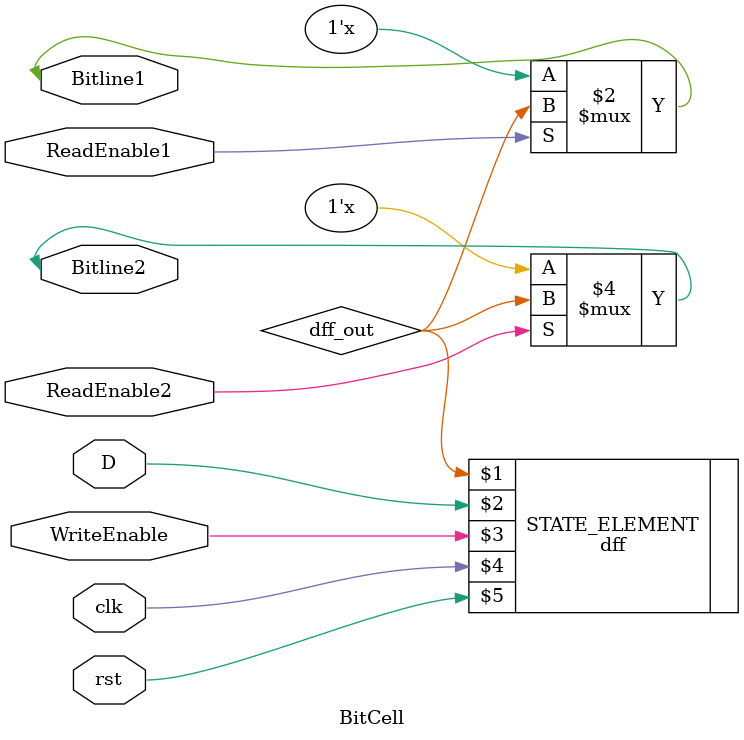
<source format=v>
/* A bit-cell.
 *
 * wchen329@wisc.edu
 */
module BitCell(input clk, input rst, input D, input WriteEnable, input ReadEnable1, ReadEnable2, inout Bitline1, inout Bitline2);

	// Encapsulate D Flip Flop
	wire dff_state;
	wire dff_in;
	wire dff_out;
	wire dff_write_en;
	dff STATE_ELEMENT(dff_out, D, WriteEnable, clk, rst);

	// Assign read signals
	assign Bitline1 = ReadEnable1 == 0 ? 1'bz : dff_out;
	assign Bitline2 = ReadEnable2 == 0 ? 1'bz : dff_out;

endmodule
</source>
